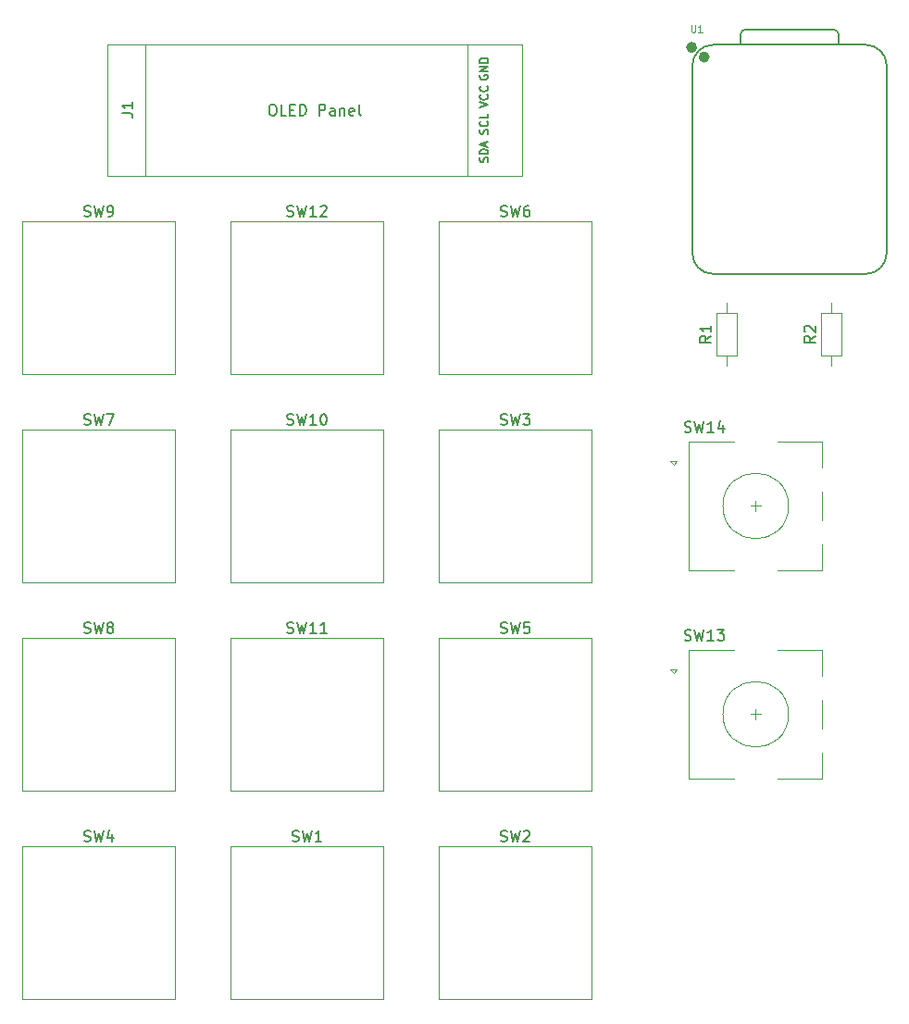
<source format=gbr>
%TF.GenerationSoftware,KiCad,Pcbnew,8.0.8*%
%TF.CreationDate,2025-02-19T23:36:16+01:00*%
%TF.ProjectId,Hackpad2.0,4861636b-7061-4643-922e-302e6b696361,rev?*%
%TF.SameCoordinates,Original*%
%TF.FileFunction,Legend,Top*%
%TF.FilePolarity,Positive*%
%FSLAX46Y46*%
G04 Gerber Fmt 4.6, Leading zero omitted, Abs format (unit mm)*
G04 Created by KiCad (PCBNEW 8.0.8) date 2025-02-19 23:36:16*
%MOMM*%
%LPD*%
G01*
G04 APERTURE LIST*
%ADD10C,0.150000*%
%ADD11C,0.101600*%
%ADD12C,0.120000*%
%ADD13C,0.040000*%
%ADD14C,0.127000*%
%ADD15C,0.100000*%
%ADD16C,0.504000*%
G04 APERTURE END LIST*
D10*
X135985476Y-52064450D02*
X136128333Y-52112069D01*
X136128333Y-52112069D02*
X136366428Y-52112069D01*
X136366428Y-52112069D02*
X136461666Y-52064450D01*
X136461666Y-52064450D02*
X136509285Y-52016830D01*
X136509285Y-52016830D02*
X136556904Y-51921592D01*
X136556904Y-51921592D02*
X136556904Y-51826354D01*
X136556904Y-51826354D02*
X136509285Y-51731116D01*
X136509285Y-51731116D02*
X136461666Y-51683497D01*
X136461666Y-51683497D02*
X136366428Y-51635878D01*
X136366428Y-51635878D02*
X136175952Y-51588259D01*
X136175952Y-51588259D02*
X136080714Y-51540640D01*
X136080714Y-51540640D02*
X136033095Y-51493021D01*
X136033095Y-51493021D02*
X135985476Y-51397783D01*
X135985476Y-51397783D02*
X135985476Y-51302545D01*
X135985476Y-51302545D02*
X136033095Y-51207307D01*
X136033095Y-51207307D02*
X136080714Y-51159688D01*
X136080714Y-51159688D02*
X136175952Y-51112069D01*
X136175952Y-51112069D02*
X136414047Y-51112069D01*
X136414047Y-51112069D02*
X136556904Y-51159688D01*
X136890238Y-51112069D02*
X137128333Y-52112069D01*
X137128333Y-52112069D02*
X137318809Y-51397783D01*
X137318809Y-51397783D02*
X137509285Y-52112069D01*
X137509285Y-52112069D02*
X137747381Y-51112069D01*
X138652142Y-52112069D02*
X138080714Y-52112069D01*
X138366428Y-52112069D02*
X138366428Y-51112069D01*
X138366428Y-51112069D02*
X138271190Y-51254926D01*
X138271190Y-51254926D02*
X138175952Y-51350164D01*
X138175952Y-51350164D02*
X138080714Y-51397783D01*
X139033095Y-51207307D02*
X139080714Y-51159688D01*
X139080714Y-51159688D02*
X139175952Y-51112069D01*
X139175952Y-51112069D02*
X139414047Y-51112069D01*
X139414047Y-51112069D02*
X139509285Y-51159688D01*
X139509285Y-51159688D02*
X139556904Y-51207307D01*
X139556904Y-51207307D02*
X139604523Y-51302545D01*
X139604523Y-51302545D02*
X139604523Y-51397783D01*
X139604523Y-51397783D02*
X139556904Y-51540640D01*
X139556904Y-51540640D02*
X138985476Y-52112069D01*
X138985476Y-52112069D02*
X139604523Y-52112069D01*
X155511667Y-71114450D02*
X155654524Y-71162069D01*
X155654524Y-71162069D02*
X155892619Y-71162069D01*
X155892619Y-71162069D02*
X155987857Y-71114450D01*
X155987857Y-71114450D02*
X156035476Y-71066830D01*
X156035476Y-71066830D02*
X156083095Y-70971592D01*
X156083095Y-70971592D02*
X156083095Y-70876354D01*
X156083095Y-70876354D02*
X156035476Y-70781116D01*
X156035476Y-70781116D02*
X155987857Y-70733497D01*
X155987857Y-70733497D02*
X155892619Y-70685878D01*
X155892619Y-70685878D02*
X155702143Y-70638259D01*
X155702143Y-70638259D02*
X155606905Y-70590640D01*
X155606905Y-70590640D02*
X155559286Y-70543021D01*
X155559286Y-70543021D02*
X155511667Y-70447783D01*
X155511667Y-70447783D02*
X155511667Y-70352545D01*
X155511667Y-70352545D02*
X155559286Y-70257307D01*
X155559286Y-70257307D02*
X155606905Y-70209688D01*
X155606905Y-70209688D02*
X155702143Y-70162069D01*
X155702143Y-70162069D02*
X155940238Y-70162069D01*
X155940238Y-70162069D02*
X156083095Y-70209688D01*
X156416429Y-70162069D02*
X156654524Y-71162069D01*
X156654524Y-71162069D02*
X156845000Y-70447783D01*
X156845000Y-70447783D02*
X157035476Y-71162069D01*
X157035476Y-71162069D02*
X157273572Y-70162069D01*
X157559286Y-70162069D02*
X158178333Y-70162069D01*
X158178333Y-70162069D02*
X157845000Y-70543021D01*
X157845000Y-70543021D02*
X157987857Y-70543021D01*
X157987857Y-70543021D02*
X158083095Y-70590640D01*
X158083095Y-70590640D02*
X158130714Y-70638259D01*
X158130714Y-70638259D02*
X158178333Y-70733497D01*
X158178333Y-70733497D02*
X158178333Y-70971592D01*
X158178333Y-70971592D02*
X158130714Y-71066830D01*
X158130714Y-71066830D02*
X158083095Y-71114450D01*
X158083095Y-71114450D02*
X157987857Y-71162069D01*
X157987857Y-71162069D02*
X157702143Y-71162069D01*
X157702143Y-71162069D02*
X157606905Y-71114450D01*
X157606905Y-71114450D02*
X157559286Y-71066830D01*
X174747319Y-63031666D02*
X174271128Y-63364999D01*
X174747319Y-63603094D02*
X173747319Y-63603094D01*
X173747319Y-63603094D02*
X173747319Y-63222142D01*
X173747319Y-63222142D02*
X173794938Y-63126904D01*
X173794938Y-63126904D02*
X173842557Y-63079285D01*
X173842557Y-63079285D02*
X173937795Y-63031666D01*
X173937795Y-63031666D02*
X174080652Y-63031666D01*
X174080652Y-63031666D02*
X174175890Y-63079285D01*
X174175890Y-63079285D02*
X174223509Y-63126904D01*
X174223509Y-63126904D02*
X174271128Y-63222142D01*
X174271128Y-63222142D02*
X174271128Y-63603094D01*
X174747319Y-62079285D02*
X174747319Y-62650713D01*
X174747319Y-62364999D02*
X173747319Y-62364999D01*
X173747319Y-62364999D02*
X173890176Y-62460237D01*
X173890176Y-62460237D02*
X173985414Y-62555475D01*
X173985414Y-62555475D02*
X174033033Y-62650713D01*
X117411667Y-71114450D02*
X117554524Y-71162069D01*
X117554524Y-71162069D02*
X117792619Y-71162069D01*
X117792619Y-71162069D02*
X117887857Y-71114450D01*
X117887857Y-71114450D02*
X117935476Y-71066830D01*
X117935476Y-71066830D02*
X117983095Y-70971592D01*
X117983095Y-70971592D02*
X117983095Y-70876354D01*
X117983095Y-70876354D02*
X117935476Y-70781116D01*
X117935476Y-70781116D02*
X117887857Y-70733497D01*
X117887857Y-70733497D02*
X117792619Y-70685878D01*
X117792619Y-70685878D02*
X117602143Y-70638259D01*
X117602143Y-70638259D02*
X117506905Y-70590640D01*
X117506905Y-70590640D02*
X117459286Y-70543021D01*
X117459286Y-70543021D02*
X117411667Y-70447783D01*
X117411667Y-70447783D02*
X117411667Y-70352545D01*
X117411667Y-70352545D02*
X117459286Y-70257307D01*
X117459286Y-70257307D02*
X117506905Y-70209688D01*
X117506905Y-70209688D02*
X117602143Y-70162069D01*
X117602143Y-70162069D02*
X117840238Y-70162069D01*
X117840238Y-70162069D02*
X117983095Y-70209688D01*
X118316429Y-70162069D02*
X118554524Y-71162069D01*
X118554524Y-71162069D02*
X118745000Y-70447783D01*
X118745000Y-70447783D02*
X118935476Y-71162069D01*
X118935476Y-71162069D02*
X119173572Y-70162069D01*
X119459286Y-70162069D02*
X120125952Y-70162069D01*
X120125952Y-70162069D02*
X119697381Y-71162069D01*
X155511667Y-52064450D02*
X155654524Y-52112069D01*
X155654524Y-52112069D02*
X155892619Y-52112069D01*
X155892619Y-52112069D02*
X155987857Y-52064450D01*
X155987857Y-52064450D02*
X156035476Y-52016830D01*
X156035476Y-52016830D02*
X156083095Y-51921592D01*
X156083095Y-51921592D02*
X156083095Y-51826354D01*
X156083095Y-51826354D02*
X156035476Y-51731116D01*
X156035476Y-51731116D02*
X155987857Y-51683497D01*
X155987857Y-51683497D02*
X155892619Y-51635878D01*
X155892619Y-51635878D02*
X155702143Y-51588259D01*
X155702143Y-51588259D02*
X155606905Y-51540640D01*
X155606905Y-51540640D02*
X155559286Y-51493021D01*
X155559286Y-51493021D02*
X155511667Y-51397783D01*
X155511667Y-51397783D02*
X155511667Y-51302545D01*
X155511667Y-51302545D02*
X155559286Y-51207307D01*
X155559286Y-51207307D02*
X155606905Y-51159688D01*
X155606905Y-51159688D02*
X155702143Y-51112069D01*
X155702143Y-51112069D02*
X155940238Y-51112069D01*
X155940238Y-51112069D02*
X156083095Y-51159688D01*
X156416429Y-51112069D02*
X156654524Y-52112069D01*
X156654524Y-52112069D02*
X156845000Y-51397783D01*
X156845000Y-51397783D02*
X157035476Y-52112069D01*
X157035476Y-52112069D02*
X157273572Y-51112069D01*
X158083095Y-51112069D02*
X157892619Y-51112069D01*
X157892619Y-51112069D02*
X157797381Y-51159688D01*
X157797381Y-51159688D02*
X157749762Y-51207307D01*
X157749762Y-51207307D02*
X157654524Y-51350164D01*
X157654524Y-51350164D02*
X157606905Y-51540640D01*
X157606905Y-51540640D02*
X157606905Y-51921592D01*
X157606905Y-51921592D02*
X157654524Y-52016830D01*
X157654524Y-52016830D02*
X157702143Y-52064450D01*
X157702143Y-52064450D02*
X157797381Y-52112069D01*
X157797381Y-52112069D02*
X157987857Y-52112069D01*
X157987857Y-52112069D02*
X158083095Y-52064450D01*
X158083095Y-52064450D02*
X158130714Y-52016830D01*
X158130714Y-52016830D02*
X158178333Y-51921592D01*
X158178333Y-51921592D02*
X158178333Y-51683497D01*
X158178333Y-51683497D02*
X158130714Y-51588259D01*
X158130714Y-51588259D02*
X158083095Y-51540640D01*
X158083095Y-51540640D02*
X157987857Y-51493021D01*
X157987857Y-51493021D02*
X157797381Y-51493021D01*
X157797381Y-51493021D02*
X157702143Y-51540640D01*
X157702143Y-51540640D02*
X157654524Y-51588259D01*
X157654524Y-51588259D02*
X157606905Y-51683497D01*
X136461667Y-109214450D02*
X136604524Y-109262069D01*
X136604524Y-109262069D02*
X136842619Y-109262069D01*
X136842619Y-109262069D02*
X136937857Y-109214450D01*
X136937857Y-109214450D02*
X136985476Y-109166830D01*
X136985476Y-109166830D02*
X137033095Y-109071592D01*
X137033095Y-109071592D02*
X137033095Y-108976354D01*
X137033095Y-108976354D02*
X136985476Y-108881116D01*
X136985476Y-108881116D02*
X136937857Y-108833497D01*
X136937857Y-108833497D02*
X136842619Y-108785878D01*
X136842619Y-108785878D02*
X136652143Y-108738259D01*
X136652143Y-108738259D02*
X136556905Y-108690640D01*
X136556905Y-108690640D02*
X136509286Y-108643021D01*
X136509286Y-108643021D02*
X136461667Y-108547783D01*
X136461667Y-108547783D02*
X136461667Y-108452545D01*
X136461667Y-108452545D02*
X136509286Y-108357307D01*
X136509286Y-108357307D02*
X136556905Y-108309688D01*
X136556905Y-108309688D02*
X136652143Y-108262069D01*
X136652143Y-108262069D02*
X136890238Y-108262069D01*
X136890238Y-108262069D02*
X137033095Y-108309688D01*
X137366429Y-108262069D02*
X137604524Y-109262069D01*
X137604524Y-109262069D02*
X137795000Y-108547783D01*
X137795000Y-108547783D02*
X137985476Y-109262069D01*
X137985476Y-109262069D02*
X138223572Y-108262069D01*
X139128333Y-109262069D02*
X138556905Y-109262069D01*
X138842619Y-109262069D02*
X138842619Y-108262069D01*
X138842619Y-108262069D02*
X138747381Y-108404926D01*
X138747381Y-108404926D02*
X138652143Y-108500164D01*
X138652143Y-108500164D02*
X138556905Y-108547783D01*
X117411667Y-52064450D02*
X117554524Y-52112069D01*
X117554524Y-52112069D02*
X117792619Y-52112069D01*
X117792619Y-52112069D02*
X117887857Y-52064450D01*
X117887857Y-52064450D02*
X117935476Y-52016830D01*
X117935476Y-52016830D02*
X117983095Y-51921592D01*
X117983095Y-51921592D02*
X117983095Y-51826354D01*
X117983095Y-51826354D02*
X117935476Y-51731116D01*
X117935476Y-51731116D02*
X117887857Y-51683497D01*
X117887857Y-51683497D02*
X117792619Y-51635878D01*
X117792619Y-51635878D02*
X117602143Y-51588259D01*
X117602143Y-51588259D02*
X117506905Y-51540640D01*
X117506905Y-51540640D02*
X117459286Y-51493021D01*
X117459286Y-51493021D02*
X117411667Y-51397783D01*
X117411667Y-51397783D02*
X117411667Y-51302545D01*
X117411667Y-51302545D02*
X117459286Y-51207307D01*
X117459286Y-51207307D02*
X117506905Y-51159688D01*
X117506905Y-51159688D02*
X117602143Y-51112069D01*
X117602143Y-51112069D02*
X117840238Y-51112069D01*
X117840238Y-51112069D02*
X117983095Y-51159688D01*
X118316429Y-51112069D02*
X118554524Y-52112069D01*
X118554524Y-52112069D02*
X118745000Y-51397783D01*
X118745000Y-51397783D02*
X118935476Y-52112069D01*
X118935476Y-52112069D02*
X119173572Y-51112069D01*
X119602143Y-52112069D02*
X119792619Y-52112069D01*
X119792619Y-52112069D02*
X119887857Y-52064450D01*
X119887857Y-52064450D02*
X119935476Y-52016830D01*
X119935476Y-52016830D02*
X120030714Y-51873973D01*
X120030714Y-51873973D02*
X120078333Y-51683497D01*
X120078333Y-51683497D02*
X120078333Y-51302545D01*
X120078333Y-51302545D02*
X120030714Y-51207307D01*
X120030714Y-51207307D02*
X119983095Y-51159688D01*
X119983095Y-51159688D02*
X119887857Y-51112069D01*
X119887857Y-51112069D02*
X119697381Y-51112069D01*
X119697381Y-51112069D02*
X119602143Y-51159688D01*
X119602143Y-51159688D02*
X119554524Y-51207307D01*
X119554524Y-51207307D02*
X119506905Y-51302545D01*
X119506905Y-51302545D02*
X119506905Y-51540640D01*
X119506905Y-51540640D02*
X119554524Y-51635878D01*
X119554524Y-51635878D02*
X119602143Y-51683497D01*
X119602143Y-51683497D02*
X119697381Y-51731116D01*
X119697381Y-51731116D02*
X119887857Y-51731116D01*
X119887857Y-51731116D02*
X119983095Y-51683497D01*
X119983095Y-51683497D02*
X120030714Y-51635878D01*
X120030714Y-51635878D02*
X120078333Y-51540640D01*
X155511667Y-90164450D02*
X155654524Y-90212069D01*
X155654524Y-90212069D02*
X155892619Y-90212069D01*
X155892619Y-90212069D02*
X155987857Y-90164450D01*
X155987857Y-90164450D02*
X156035476Y-90116830D01*
X156035476Y-90116830D02*
X156083095Y-90021592D01*
X156083095Y-90021592D02*
X156083095Y-89926354D01*
X156083095Y-89926354D02*
X156035476Y-89831116D01*
X156035476Y-89831116D02*
X155987857Y-89783497D01*
X155987857Y-89783497D02*
X155892619Y-89735878D01*
X155892619Y-89735878D02*
X155702143Y-89688259D01*
X155702143Y-89688259D02*
X155606905Y-89640640D01*
X155606905Y-89640640D02*
X155559286Y-89593021D01*
X155559286Y-89593021D02*
X155511667Y-89497783D01*
X155511667Y-89497783D02*
X155511667Y-89402545D01*
X155511667Y-89402545D02*
X155559286Y-89307307D01*
X155559286Y-89307307D02*
X155606905Y-89259688D01*
X155606905Y-89259688D02*
X155702143Y-89212069D01*
X155702143Y-89212069D02*
X155940238Y-89212069D01*
X155940238Y-89212069D02*
X156083095Y-89259688D01*
X156416429Y-89212069D02*
X156654524Y-90212069D01*
X156654524Y-90212069D02*
X156845000Y-89497783D01*
X156845000Y-89497783D02*
X157035476Y-90212069D01*
X157035476Y-90212069D02*
X157273572Y-89212069D01*
X158130714Y-89212069D02*
X157654524Y-89212069D01*
X157654524Y-89212069D02*
X157606905Y-89688259D01*
X157606905Y-89688259D02*
X157654524Y-89640640D01*
X157654524Y-89640640D02*
X157749762Y-89593021D01*
X157749762Y-89593021D02*
X157987857Y-89593021D01*
X157987857Y-89593021D02*
X158083095Y-89640640D01*
X158083095Y-89640640D02*
X158130714Y-89688259D01*
X158130714Y-89688259D02*
X158178333Y-89783497D01*
X158178333Y-89783497D02*
X158178333Y-90021592D01*
X158178333Y-90021592D02*
X158130714Y-90116830D01*
X158130714Y-90116830D02*
X158083095Y-90164450D01*
X158083095Y-90164450D02*
X157987857Y-90212069D01*
X157987857Y-90212069D02*
X157749762Y-90212069D01*
X157749762Y-90212069D02*
X157654524Y-90164450D01*
X157654524Y-90164450D02*
X157606905Y-90116830D01*
X184272319Y-63031666D02*
X183796128Y-63364999D01*
X184272319Y-63603094D02*
X183272319Y-63603094D01*
X183272319Y-63603094D02*
X183272319Y-63222142D01*
X183272319Y-63222142D02*
X183319938Y-63126904D01*
X183319938Y-63126904D02*
X183367557Y-63079285D01*
X183367557Y-63079285D02*
X183462795Y-63031666D01*
X183462795Y-63031666D02*
X183605652Y-63031666D01*
X183605652Y-63031666D02*
X183700890Y-63079285D01*
X183700890Y-63079285D02*
X183748509Y-63126904D01*
X183748509Y-63126904D02*
X183796128Y-63222142D01*
X183796128Y-63222142D02*
X183796128Y-63603094D01*
X183367557Y-62650713D02*
X183319938Y-62603094D01*
X183319938Y-62603094D02*
X183272319Y-62507856D01*
X183272319Y-62507856D02*
X183272319Y-62269761D01*
X183272319Y-62269761D02*
X183319938Y-62174523D01*
X183319938Y-62174523D02*
X183367557Y-62126904D01*
X183367557Y-62126904D02*
X183462795Y-62079285D01*
X183462795Y-62079285D02*
X183558033Y-62079285D01*
X183558033Y-62079285D02*
X183700890Y-62126904D01*
X183700890Y-62126904D02*
X184272319Y-62698332D01*
X184272319Y-62698332D02*
X184272319Y-62079285D01*
X135985476Y-71114450D02*
X136128333Y-71162069D01*
X136128333Y-71162069D02*
X136366428Y-71162069D01*
X136366428Y-71162069D02*
X136461666Y-71114450D01*
X136461666Y-71114450D02*
X136509285Y-71066830D01*
X136509285Y-71066830D02*
X136556904Y-70971592D01*
X136556904Y-70971592D02*
X136556904Y-70876354D01*
X136556904Y-70876354D02*
X136509285Y-70781116D01*
X136509285Y-70781116D02*
X136461666Y-70733497D01*
X136461666Y-70733497D02*
X136366428Y-70685878D01*
X136366428Y-70685878D02*
X136175952Y-70638259D01*
X136175952Y-70638259D02*
X136080714Y-70590640D01*
X136080714Y-70590640D02*
X136033095Y-70543021D01*
X136033095Y-70543021D02*
X135985476Y-70447783D01*
X135985476Y-70447783D02*
X135985476Y-70352545D01*
X135985476Y-70352545D02*
X136033095Y-70257307D01*
X136033095Y-70257307D02*
X136080714Y-70209688D01*
X136080714Y-70209688D02*
X136175952Y-70162069D01*
X136175952Y-70162069D02*
X136414047Y-70162069D01*
X136414047Y-70162069D02*
X136556904Y-70209688D01*
X136890238Y-70162069D02*
X137128333Y-71162069D01*
X137128333Y-71162069D02*
X137318809Y-70447783D01*
X137318809Y-70447783D02*
X137509285Y-71162069D01*
X137509285Y-71162069D02*
X137747381Y-70162069D01*
X138652142Y-71162069D02*
X138080714Y-71162069D01*
X138366428Y-71162069D02*
X138366428Y-70162069D01*
X138366428Y-70162069D02*
X138271190Y-70304926D01*
X138271190Y-70304926D02*
X138175952Y-70400164D01*
X138175952Y-70400164D02*
X138080714Y-70447783D01*
X139271190Y-70162069D02*
X139366428Y-70162069D01*
X139366428Y-70162069D02*
X139461666Y-70209688D01*
X139461666Y-70209688D02*
X139509285Y-70257307D01*
X139509285Y-70257307D02*
X139556904Y-70352545D01*
X139556904Y-70352545D02*
X139604523Y-70543021D01*
X139604523Y-70543021D02*
X139604523Y-70781116D01*
X139604523Y-70781116D02*
X139556904Y-70971592D01*
X139556904Y-70971592D02*
X139509285Y-71066830D01*
X139509285Y-71066830D02*
X139461666Y-71114450D01*
X139461666Y-71114450D02*
X139366428Y-71162069D01*
X139366428Y-71162069D02*
X139271190Y-71162069D01*
X139271190Y-71162069D02*
X139175952Y-71114450D01*
X139175952Y-71114450D02*
X139128333Y-71066830D01*
X139128333Y-71066830D02*
X139080714Y-70971592D01*
X139080714Y-70971592D02*
X139033095Y-70781116D01*
X139033095Y-70781116D02*
X139033095Y-70543021D01*
X139033095Y-70543021D02*
X139080714Y-70352545D01*
X139080714Y-70352545D02*
X139128333Y-70257307D01*
X139128333Y-70257307D02*
X139175952Y-70209688D01*
X139175952Y-70209688D02*
X139271190Y-70162069D01*
X135985476Y-90164450D02*
X136128333Y-90212069D01*
X136128333Y-90212069D02*
X136366428Y-90212069D01*
X136366428Y-90212069D02*
X136461666Y-90164450D01*
X136461666Y-90164450D02*
X136509285Y-90116830D01*
X136509285Y-90116830D02*
X136556904Y-90021592D01*
X136556904Y-90021592D02*
X136556904Y-89926354D01*
X136556904Y-89926354D02*
X136509285Y-89831116D01*
X136509285Y-89831116D02*
X136461666Y-89783497D01*
X136461666Y-89783497D02*
X136366428Y-89735878D01*
X136366428Y-89735878D02*
X136175952Y-89688259D01*
X136175952Y-89688259D02*
X136080714Y-89640640D01*
X136080714Y-89640640D02*
X136033095Y-89593021D01*
X136033095Y-89593021D02*
X135985476Y-89497783D01*
X135985476Y-89497783D02*
X135985476Y-89402545D01*
X135985476Y-89402545D02*
X136033095Y-89307307D01*
X136033095Y-89307307D02*
X136080714Y-89259688D01*
X136080714Y-89259688D02*
X136175952Y-89212069D01*
X136175952Y-89212069D02*
X136414047Y-89212069D01*
X136414047Y-89212069D02*
X136556904Y-89259688D01*
X136890238Y-89212069D02*
X137128333Y-90212069D01*
X137128333Y-90212069D02*
X137318809Y-89497783D01*
X137318809Y-89497783D02*
X137509285Y-90212069D01*
X137509285Y-90212069D02*
X137747381Y-89212069D01*
X138652142Y-90212069D02*
X138080714Y-90212069D01*
X138366428Y-90212069D02*
X138366428Y-89212069D01*
X138366428Y-89212069D02*
X138271190Y-89354926D01*
X138271190Y-89354926D02*
X138175952Y-89450164D01*
X138175952Y-89450164D02*
X138080714Y-89497783D01*
X139604523Y-90212069D02*
X139033095Y-90212069D01*
X139318809Y-90212069D02*
X139318809Y-89212069D01*
X139318809Y-89212069D02*
X139223571Y-89354926D01*
X139223571Y-89354926D02*
X139128333Y-89450164D01*
X139128333Y-89450164D02*
X139033095Y-89497783D01*
X155511667Y-109214450D02*
X155654524Y-109262069D01*
X155654524Y-109262069D02*
X155892619Y-109262069D01*
X155892619Y-109262069D02*
X155987857Y-109214450D01*
X155987857Y-109214450D02*
X156035476Y-109166830D01*
X156035476Y-109166830D02*
X156083095Y-109071592D01*
X156083095Y-109071592D02*
X156083095Y-108976354D01*
X156083095Y-108976354D02*
X156035476Y-108881116D01*
X156035476Y-108881116D02*
X155987857Y-108833497D01*
X155987857Y-108833497D02*
X155892619Y-108785878D01*
X155892619Y-108785878D02*
X155702143Y-108738259D01*
X155702143Y-108738259D02*
X155606905Y-108690640D01*
X155606905Y-108690640D02*
X155559286Y-108643021D01*
X155559286Y-108643021D02*
X155511667Y-108547783D01*
X155511667Y-108547783D02*
X155511667Y-108452545D01*
X155511667Y-108452545D02*
X155559286Y-108357307D01*
X155559286Y-108357307D02*
X155606905Y-108309688D01*
X155606905Y-108309688D02*
X155702143Y-108262069D01*
X155702143Y-108262069D02*
X155940238Y-108262069D01*
X155940238Y-108262069D02*
X156083095Y-108309688D01*
X156416429Y-108262069D02*
X156654524Y-109262069D01*
X156654524Y-109262069D02*
X156845000Y-108547783D01*
X156845000Y-108547783D02*
X157035476Y-109262069D01*
X157035476Y-109262069D02*
X157273572Y-108262069D01*
X157606905Y-108357307D02*
X157654524Y-108309688D01*
X157654524Y-108309688D02*
X157749762Y-108262069D01*
X157749762Y-108262069D02*
X157987857Y-108262069D01*
X157987857Y-108262069D02*
X158083095Y-108309688D01*
X158083095Y-108309688D02*
X158130714Y-108357307D01*
X158130714Y-108357307D02*
X158178333Y-108452545D01*
X158178333Y-108452545D02*
X158178333Y-108547783D01*
X158178333Y-108547783D02*
X158130714Y-108690640D01*
X158130714Y-108690640D02*
X157559286Y-109262069D01*
X157559286Y-109262069D02*
X158178333Y-109262069D01*
X120854819Y-42663333D02*
X121569104Y-42663333D01*
X121569104Y-42663333D02*
X121711961Y-42710952D01*
X121711961Y-42710952D02*
X121807200Y-42806190D01*
X121807200Y-42806190D02*
X121854819Y-42949047D01*
X121854819Y-42949047D02*
X121854819Y-43044285D01*
X121854819Y-41663333D02*
X121854819Y-42234761D01*
X121854819Y-41949047D02*
X120854819Y-41949047D01*
X120854819Y-41949047D02*
X120997676Y-42044285D01*
X120997676Y-42044285D02*
X121092914Y-42139523D01*
X121092914Y-42139523D02*
X121140533Y-42234761D01*
X154303450Y-47140713D02*
X154339164Y-47033571D01*
X154339164Y-47033571D02*
X154339164Y-46854999D01*
X154339164Y-46854999D02*
X154303450Y-46783571D01*
X154303450Y-46783571D02*
X154267735Y-46747856D01*
X154267735Y-46747856D02*
X154196307Y-46712142D01*
X154196307Y-46712142D02*
X154124878Y-46712142D01*
X154124878Y-46712142D02*
X154053450Y-46747856D01*
X154053450Y-46747856D02*
X154017735Y-46783571D01*
X154017735Y-46783571D02*
X153982021Y-46854999D01*
X153982021Y-46854999D02*
X153946307Y-46997856D01*
X153946307Y-46997856D02*
X153910592Y-47069285D01*
X153910592Y-47069285D02*
X153874878Y-47104999D01*
X153874878Y-47104999D02*
X153803450Y-47140713D01*
X153803450Y-47140713D02*
X153732021Y-47140713D01*
X153732021Y-47140713D02*
X153660592Y-47104999D01*
X153660592Y-47104999D02*
X153624878Y-47069285D01*
X153624878Y-47069285D02*
X153589164Y-46997856D01*
X153589164Y-46997856D02*
X153589164Y-46819285D01*
X153589164Y-46819285D02*
X153624878Y-46712142D01*
X154339164Y-46390713D02*
X153589164Y-46390713D01*
X153589164Y-46390713D02*
X153589164Y-46212142D01*
X153589164Y-46212142D02*
X153624878Y-46104999D01*
X153624878Y-46104999D02*
X153696307Y-46033570D01*
X153696307Y-46033570D02*
X153767735Y-45997856D01*
X153767735Y-45997856D02*
X153910592Y-45962142D01*
X153910592Y-45962142D02*
X154017735Y-45962142D01*
X154017735Y-45962142D02*
X154160592Y-45997856D01*
X154160592Y-45997856D02*
X154232021Y-46033570D01*
X154232021Y-46033570D02*
X154303450Y-46104999D01*
X154303450Y-46104999D02*
X154339164Y-46212142D01*
X154339164Y-46212142D02*
X154339164Y-46390713D01*
X154124878Y-45676427D02*
X154124878Y-45319285D01*
X154339164Y-45747856D02*
X153589164Y-45497856D01*
X153589164Y-45497856D02*
X154339164Y-45247856D01*
X154303450Y-44582856D02*
X154339164Y-44475714D01*
X154339164Y-44475714D02*
X154339164Y-44297142D01*
X154339164Y-44297142D02*
X154303450Y-44225714D01*
X154303450Y-44225714D02*
X154267735Y-44189999D01*
X154267735Y-44189999D02*
X154196307Y-44154285D01*
X154196307Y-44154285D02*
X154124878Y-44154285D01*
X154124878Y-44154285D02*
X154053450Y-44189999D01*
X154053450Y-44189999D02*
X154017735Y-44225714D01*
X154017735Y-44225714D02*
X153982021Y-44297142D01*
X153982021Y-44297142D02*
X153946307Y-44439999D01*
X153946307Y-44439999D02*
X153910592Y-44511428D01*
X153910592Y-44511428D02*
X153874878Y-44547142D01*
X153874878Y-44547142D02*
X153803450Y-44582856D01*
X153803450Y-44582856D02*
X153732021Y-44582856D01*
X153732021Y-44582856D02*
X153660592Y-44547142D01*
X153660592Y-44547142D02*
X153624878Y-44511428D01*
X153624878Y-44511428D02*
X153589164Y-44439999D01*
X153589164Y-44439999D02*
X153589164Y-44261428D01*
X153589164Y-44261428D02*
X153624878Y-44154285D01*
X154267735Y-43404285D02*
X154303450Y-43439999D01*
X154303450Y-43439999D02*
X154339164Y-43547142D01*
X154339164Y-43547142D02*
X154339164Y-43618570D01*
X154339164Y-43618570D02*
X154303450Y-43725713D01*
X154303450Y-43725713D02*
X154232021Y-43797142D01*
X154232021Y-43797142D02*
X154160592Y-43832856D01*
X154160592Y-43832856D02*
X154017735Y-43868570D01*
X154017735Y-43868570D02*
X153910592Y-43868570D01*
X153910592Y-43868570D02*
X153767735Y-43832856D01*
X153767735Y-43832856D02*
X153696307Y-43797142D01*
X153696307Y-43797142D02*
X153624878Y-43725713D01*
X153624878Y-43725713D02*
X153589164Y-43618570D01*
X153589164Y-43618570D02*
X153589164Y-43547142D01*
X153589164Y-43547142D02*
X153624878Y-43439999D01*
X153624878Y-43439999D02*
X153660592Y-43404285D01*
X154339164Y-42725713D02*
X154339164Y-43082856D01*
X154339164Y-43082856D02*
X153589164Y-43082856D01*
X153589164Y-42149999D02*
X154339164Y-41899999D01*
X154339164Y-41899999D02*
X153589164Y-41649999D01*
X154267735Y-40971428D02*
X154303450Y-41007142D01*
X154303450Y-41007142D02*
X154339164Y-41114285D01*
X154339164Y-41114285D02*
X154339164Y-41185713D01*
X154339164Y-41185713D02*
X154303450Y-41292856D01*
X154303450Y-41292856D02*
X154232021Y-41364285D01*
X154232021Y-41364285D02*
X154160592Y-41399999D01*
X154160592Y-41399999D02*
X154017735Y-41435713D01*
X154017735Y-41435713D02*
X153910592Y-41435713D01*
X153910592Y-41435713D02*
X153767735Y-41399999D01*
X153767735Y-41399999D02*
X153696307Y-41364285D01*
X153696307Y-41364285D02*
X153624878Y-41292856D01*
X153624878Y-41292856D02*
X153589164Y-41185713D01*
X153589164Y-41185713D02*
X153589164Y-41114285D01*
X153589164Y-41114285D02*
X153624878Y-41007142D01*
X153624878Y-41007142D02*
X153660592Y-40971428D01*
X154267735Y-40221428D02*
X154303450Y-40257142D01*
X154303450Y-40257142D02*
X154339164Y-40364285D01*
X154339164Y-40364285D02*
X154339164Y-40435713D01*
X154339164Y-40435713D02*
X154303450Y-40542856D01*
X154303450Y-40542856D02*
X154232021Y-40614285D01*
X154232021Y-40614285D02*
X154160592Y-40649999D01*
X154160592Y-40649999D02*
X154017735Y-40685713D01*
X154017735Y-40685713D02*
X153910592Y-40685713D01*
X153910592Y-40685713D02*
X153767735Y-40649999D01*
X153767735Y-40649999D02*
X153696307Y-40614285D01*
X153696307Y-40614285D02*
X153624878Y-40542856D01*
X153624878Y-40542856D02*
X153589164Y-40435713D01*
X153589164Y-40435713D02*
X153589164Y-40364285D01*
X153589164Y-40364285D02*
X153624878Y-40257142D01*
X153624878Y-40257142D02*
X153660592Y-40221428D01*
X153624878Y-39181428D02*
X153589164Y-39252857D01*
X153589164Y-39252857D02*
X153589164Y-39359999D01*
X153589164Y-39359999D02*
X153624878Y-39467142D01*
X153624878Y-39467142D02*
X153696307Y-39538571D01*
X153696307Y-39538571D02*
X153767735Y-39574285D01*
X153767735Y-39574285D02*
X153910592Y-39609999D01*
X153910592Y-39609999D02*
X154017735Y-39609999D01*
X154017735Y-39609999D02*
X154160592Y-39574285D01*
X154160592Y-39574285D02*
X154232021Y-39538571D01*
X154232021Y-39538571D02*
X154303450Y-39467142D01*
X154303450Y-39467142D02*
X154339164Y-39359999D01*
X154339164Y-39359999D02*
X154339164Y-39288571D01*
X154339164Y-39288571D02*
X154303450Y-39181428D01*
X154303450Y-39181428D02*
X154267735Y-39145714D01*
X154267735Y-39145714D02*
X154017735Y-39145714D01*
X154017735Y-39145714D02*
X154017735Y-39288571D01*
X154339164Y-38824285D02*
X153589164Y-38824285D01*
X153589164Y-38824285D02*
X154339164Y-38395714D01*
X154339164Y-38395714D02*
X153589164Y-38395714D01*
X154339164Y-38038571D02*
X153589164Y-38038571D01*
X153589164Y-38038571D02*
X153589164Y-37860000D01*
X153589164Y-37860000D02*
X153624878Y-37752857D01*
X153624878Y-37752857D02*
X153696307Y-37681428D01*
X153696307Y-37681428D02*
X153767735Y-37645714D01*
X153767735Y-37645714D02*
X153910592Y-37610000D01*
X153910592Y-37610000D02*
X154017735Y-37610000D01*
X154017735Y-37610000D02*
X154160592Y-37645714D01*
X154160592Y-37645714D02*
X154232021Y-37681428D01*
X154232021Y-37681428D02*
X154303450Y-37752857D01*
X154303450Y-37752857D02*
X154339164Y-37860000D01*
X154339164Y-37860000D02*
X154339164Y-38038571D01*
X134571428Y-41874819D02*
X134761904Y-41874819D01*
X134761904Y-41874819D02*
X134857142Y-41922438D01*
X134857142Y-41922438D02*
X134952380Y-42017676D01*
X134952380Y-42017676D02*
X134999999Y-42208152D01*
X134999999Y-42208152D02*
X134999999Y-42541485D01*
X134999999Y-42541485D02*
X134952380Y-42731961D01*
X134952380Y-42731961D02*
X134857142Y-42827200D01*
X134857142Y-42827200D02*
X134761904Y-42874819D01*
X134761904Y-42874819D02*
X134571428Y-42874819D01*
X134571428Y-42874819D02*
X134476190Y-42827200D01*
X134476190Y-42827200D02*
X134380952Y-42731961D01*
X134380952Y-42731961D02*
X134333333Y-42541485D01*
X134333333Y-42541485D02*
X134333333Y-42208152D01*
X134333333Y-42208152D02*
X134380952Y-42017676D01*
X134380952Y-42017676D02*
X134476190Y-41922438D01*
X134476190Y-41922438D02*
X134571428Y-41874819D01*
X135904761Y-42874819D02*
X135428571Y-42874819D01*
X135428571Y-42874819D02*
X135428571Y-41874819D01*
X136238095Y-42351009D02*
X136571428Y-42351009D01*
X136714285Y-42874819D02*
X136238095Y-42874819D01*
X136238095Y-42874819D02*
X136238095Y-41874819D01*
X136238095Y-41874819D02*
X136714285Y-41874819D01*
X137142857Y-42874819D02*
X137142857Y-41874819D01*
X137142857Y-41874819D02*
X137380952Y-41874819D01*
X137380952Y-41874819D02*
X137523809Y-41922438D01*
X137523809Y-41922438D02*
X137619047Y-42017676D01*
X137619047Y-42017676D02*
X137666666Y-42112914D01*
X137666666Y-42112914D02*
X137714285Y-42303390D01*
X137714285Y-42303390D02*
X137714285Y-42446247D01*
X137714285Y-42446247D02*
X137666666Y-42636723D01*
X137666666Y-42636723D02*
X137619047Y-42731961D01*
X137619047Y-42731961D02*
X137523809Y-42827200D01*
X137523809Y-42827200D02*
X137380952Y-42874819D01*
X137380952Y-42874819D02*
X137142857Y-42874819D01*
X138904762Y-42874819D02*
X138904762Y-41874819D01*
X138904762Y-41874819D02*
X139285714Y-41874819D01*
X139285714Y-41874819D02*
X139380952Y-41922438D01*
X139380952Y-41922438D02*
X139428571Y-41970057D01*
X139428571Y-41970057D02*
X139476190Y-42065295D01*
X139476190Y-42065295D02*
X139476190Y-42208152D01*
X139476190Y-42208152D02*
X139428571Y-42303390D01*
X139428571Y-42303390D02*
X139380952Y-42351009D01*
X139380952Y-42351009D02*
X139285714Y-42398628D01*
X139285714Y-42398628D02*
X138904762Y-42398628D01*
X140333333Y-42874819D02*
X140333333Y-42351009D01*
X140333333Y-42351009D02*
X140285714Y-42255771D01*
X140285714Y-42255771D02*
X140190476Y-42208152D01*
X140190476Y-42208152D02*
X140000000Y-42208152D01*
X140000000Y-42208152D02*
X139904762Y-42255771D01*
X140333333Y-42827200D02*
X140238095Y-42874819D01*
X140238095Y-42874819D02*
X140000000Y-42874819D01*
X140000000Y-42874819D02*
X139904762Y-42827200D01*
X139904762Y-42827200D02*
X139857143Y-42731961D01*
X139857143Y-42731961D02*
X139857143Y-42636723D01*
X139857143Y-42636723D02*
X139904762Y-42541485D01*
X139904762Y-42541485D02*
X140000000Y-42493866D01*
X140000000Y-42493866D02*
X140238095Y-42493866D01*
X140238095Y-42493866D02*
X140333333Y-42446247D01*
X140809524Y-42208152D02*
X140809524Y-42874819D01*
X140809524Y-42303390D02*
X140857143Y-42255771D01*
X140857143Y-42255771D02*
X140952381Y-42208152D01*
X140952381Y-42208152D02*
X141095238Y-42208152D01*
X141095238Y-42208152D02*
X141190476Y-42255771D01*
X141190476Y-42255771D02*
X141238095Y-42351009D01*
X141238095Y-42351009D02*
X141238095Y-42874819D01*
X142095238Y-42827200D02*
X142000000Y-42874819D01*
X142000000Y-42874819D02*
X141809524Y-42874819D01*
X141809524Y-42874819D02*
X141714286Y-42827200D01*
X141714286Y-42827200D02*
X141666667Y-42731961D01*
X141666667Y-42731961D02*
X141666667Y-42351009D01*
X141666667Y-42351009D02*
X141714286Y-42255771D01*
X141714286Y-42255771D02*
X141809524Y-42208152D01*
X141809524Y-42208152D02*
X142000000Y-42208152D01*
X142000000Y-42208152D02*
X142095238Y-42255771D01*
X142095238Y-42255771D02*
X142142857Y-42351009D01*
X142142857Y-42351009D02*
X142142857Y-42446247D01*
X142142857Y-42446247D02*
X141666667Y-42541485D01*
X142714286Y-42874819D02*
X142619048Y-42827200D01*
X142619048Y-42827200D02*
X142571429Y-42731961D01*
X142571429Y-42731961D02*
X142571429Y-41874819D01*
X117411667Y-109214450D02*
X117554524Y-109262069D01*
X117554524Y-109262069D02*
X117792619Y-109262069D01*
X117792619Y-109262069D02*
X117887857Y-109214450D01*
X117887857Y-109214450D02*
X117935476Y-109166830D01*
X117935476Y-109166830D02*
X117983095Y-109071592D01*
X117983095Y-109071592D02*
X117983095Y-108976354D01*
X117983095Y-108976354D02*
X117935476Y-108881116D01*
X117935476Y-108881116D02*
X117887857Y-108833497D01*
X117887857Y-108833497D02*
X117792619Y-108785878D01*
X117792619Y-108785878D02*
X117602143Y-108738259D01*
X117602143Y-108738259D02*
X117506905Y-108690640D01*
X117506905Y-108690640D02*
X117459286Y-108643021D01*
X117459286Y-108643021D02*
X117411667Y-108547783D01*
X117411667Y-108547783D02*
X117411667Y-108452545D01*
X117411667Y-108452545D02*
X117459286Y-108357307D01*
X117459286Y-108357307D02*
X117506905Y-108309688D01*
X117506905Y-108309688D02*
X117602143Y-108262069D01*
X117602143Y-108262069D02*
X117840238Y-108262069D01*
X117840238Y-108262069D02*
X117983095Y-108309688D01*
X118316429Y-108262069D02*
X118554524Y-109262069D01*
X118554524Y-109262069D02*
X118745000Y-108547783D01*
X118745000Y-108547783D02*
X118935476Y-109262069D01*
X118935476Y-109262069D02*
X119173572Y-108262069D01*
X119983095Y-108595402D02*
X119983095Y-109262069D01*
X119745000Y-108214450D02*
X119506905Y-108928735D01*
X119506905Y-108928735D02*
X120125952Y-108928735D01*
X172334226Y-71788450D02*
X172477083Y-71836069D01*
X172477083Y-71836069D02*
X172715178Y-71836069D01*
X172715178Y-71836069D02*
X172810416Y-71788450D01*
X172810416Y-71788450D02*
X172858035Y-71740830D01*
X172858035Y-71740830D02*
X172905654Y-71645592D01*
X172905654Y-71645592D02*
X172905654Y-71550354D01*
X172905654Y-71550354D02*
X172858035Y-71455116D01*
X172858035Y-71455116D02*
X172810416Y-71407497D01*
X172810416Y-71407497D02*
X172715178Y-71359878D01*
X172715178Y-71359878D02*
X172524702Y-71312259D01*
X172524702Y-71312259D02*
X172429464Y-71264640D01*
X172429464Y-71264640D02*
X172381845Y-71217021D01*
X172381845Y-71217021D02*
X172334226Y-71121783D01*
X172334226Y-71121783D02*
X172334226Y-71026545D01*
X172334226Y-71026545D02*
X172381845Y-70931307D01*
X172381845Y-70931307D02*
X172429464Y-70883688D01*
X172429464Y-70883688D02*
X172524702Y-70836069D01*
X172524702Y-70836069D02*
X172762797Y-70836069D01*
X172762797Y-70836069D02*
X172905654Y-70883688D01*
X173238988Y-70836069D02*
X173477083Y-71836069D01*
X173477083Y-71836069D02*
X173667559Y-71121783D01*
X173667559Y-71121783D02*
X173858035Y-71836069D01*
X173858035Y-71836069D02*
X174096131Y-70836069D01*
X175000892Y-71836069D02*
X174429464Y-71836069D01*
X174715178Y-71836069D02*
X174715178Y-70836069D01*
X174715178Y-70836069D02*
X174619940Y-70978926D01*
X174619940Y-70978926D02*
X174524702Y-71074164D01*
X174524702Y-71074164D02*
X174429464Y-71121783D01*
X175858035Y-71169402D02*
X175858035Y-71836069D01*
X175619940Y-70788450D02*
X175381845Y-71502735D01*
X175381845Y-71502735D02*
X176000892Y-71502735D01*
X172334226Y-90838450D02*
X172477083Y-90886069D01*
X172477083Y-90886069D02*
X172715178Y-90886069D01*
X172715178Y-90886069D02*
X172810416Y-90838450D01*
X172810416Y-90838450D02*
X172858035Y-90790830D01*
X172858035Y-90790830D02*
X172905654Y-90695592D01*
X172905654Y-90695592D02*
X172905654Y-90600354D01*
X172905654Y-90600354D02*
X172858035Y-90505116D01*
X172858035Y-90505116D02*
X172810416Y-90457497D01*
X172810416Y-90457497D02*
X172715178Y-90409878D01*
X172715178Y-90409878D02*
X172524702Y-90362259D01*
X172524702Y-90362259D02*
X172429464Y-90314640D01*
X172429464Y-90314640D02*
X172381845Y-90267021D01*
X172381845Y-90267021D02*
X172334226Y-90171783D01*
X172334226Y-90171783D02*
X172334226Y-90076545D01*
X172334226Y-90076545D02*
X172381845Y-89981307D01*
X172381845Y-89981307D02*
X172429464Y-89933688D01*
X172429464Y-89933688D02*
X172524702Y-89886069D01*
X172524702Y-89886069D02*
X172762797Y-89886069D01*
X172762797Y-89886069D02*
X172905654Y-89933688D01*
X173238988Y-89886069D02*
X173477083Y-90886069D01*
X173477083Y-90886069D02*
X173667559Y-90171783D01*
X173667559Y-90171783D02*
X173858035Y-90886069D01*
X173858035Y-90886069D02*
X174096131Y-89886069D01*
X175000892Y-90886069D02*
X174429464Y-90886069D01*
X174715178Y-90886069D02*
X174715178Y-89886069D01*
X174715178Y-89886069D02*
X174619940Y-90028926D01*
X174619940Y-90028926D02*
X174524702Y-90124164D01*
X174524702Y-90124164D02*
X174429464Y-90171783D01*
X175334226Y-89886069D02*
X175953273Y-89886069D01*
X175953273Y-89886069D02*
X175619940Y-90267021D01*
X175619940Y-90267021D02*
X175762797Y-90267021D01*
X175762797Y-90267021D02*
X175858035Y-90314640D01*
X175858035Y-90314640D02*
X175905654Y-90362259D01*
X175905654Y-90362259D02*
X175953273Y-90457497D01*
X175953273Y-90457497D02*
X175953273Y-90695592D01*
X175953273Y-90695592D02*
X175905654Y-90790830D01*
X175905654Y-90790830D02*
X175858035Y-90838450D01*
X175858035Y-90838450D02*
X175762797Y-90886069D01*
X175762797Y-90886069D02*
X175477083Y-90886069D01*
X175477083Y-90886069D02*
X175381845Y-90838450D01*
X175381845Y-90838450D02*
X175334226Y-90790830D01*
D11*
X172946190Y-34603479D02*
X172946190Y-35117526D01*
X172946190Y-35117526D02*
X172976428Y-35178002D01*
X172976428Y-35178002D02*
X173006666Y-35208241D01*
X173006666Y-35208241D02*
X173067142Y-35238479D01*
X173067142Y-35238479D02*
X173188095Y-35238479D01*
X173188095Y-35238479D02*
X173248571Y-35208241D01*
X173248571Y-35208241D02*
X173278809Y-35178002D01*
X173278809Y-35178002D02*
X173309047Y-35117526D01*
X173309047Y-35117526D02*
X173309047Y-34603479D01*
X173944047Y-35238479D02*
X173581190Y-35238479D01*
X173762618Y-35238479D02*
X173762618Y-34603479D01*
X173762618Y-34603479D02*
X173702142Y-34694193D01*
X173702142Y-34694193D02*
X173641666Y-34754669D01*
X173641666Y-34754669D02*
X173581190Y-34784907D01*
D10*
X117411667Y-90164450D02*
X117554524Y-90212069D01*
X117554524Y-90212069D02*
X117792619Y-90212069D01*
X117792619Y-90212069D02*
X117887857Y-90164450D01*
X117887857Y-90164450D02*
X117935476Y-90116830D01*
X117935476Y-90116830D02*
X117983095Y-90021592D01*
X117983095Y-90021592D02*
X117983095Y-89926354D01*
X117983095Y-89926354D02*
X117935476Y-89831116D01*
X117935476Y-89831116D02*
X117887857Y-89783497D01*
X117887857Y-89783497D02*
X117792619Y-89735878D01*
X117792619Y-89735878D02*
X117602143Y-89688259D01*
X117602143Y-89688259D02*
X117506905Y-89640640D01*
X117506905Y-89640640D02*
X117459286Y-89593021D01*
X117459286Y-89593021D02*
X117411667Y-89497783D01*
X117411667Y-89497783D02*
X117411667Y-89402545D01*
X117411667Y-89402545D02*
X117459286Y-89307307D01*
X117459286Y-89307307D02*
X117506905Y-89259688D01*
X117506905Y-89259688D02*
X117602143Y-89212069D01*
X117602143Y-89212069D02*
X117840238Y-89212069D01*
X117840238Y-89212069D02*
X117983095Y-89259688D01*
X118316429Y-89212069D02*
X118554524Y-90212069D01*
X118554524Y-90212069D02*
X118745000Y-89497783D01*
X118745000Y-89497783D02*
X118935476Y-90212069D01*
X118935476Y-90212069D02*
X119173572Y-89212069D01*
X119697381Y-89640640D02*
X119602143Y-89593021D01*
X119602143Y-89593021D02*
X119554524Y-89545402D01*
X119554524Y-89545402D02*
X119506905Y-89450164D01*
X119506905Y-89450164D02*
X119506905Y-89402545D01*
X119506905Y-89402545D02*
X119554524Y-89307307D01*
X119554524Y-89307307D02*
X119602143Y-89259688D01*
X119602143Y-89259688D02*
X119697381Y-89212069D01*
X119697381Y-89212069D02*
X119887857Y-89212069D01*
X119887857Y-89212069D02*
X119983095Y-89259688D01*
X119983095Y-89259688D02*
X120030714Y-89307307D01*
X120030714Y-89307307D02*
X120078333Y-89402545D01*
X120078333Y-89402545D02*
X120078333Y-89450164D01*
X120078333Y-89450164D02*
X120030714Y-89545402D01*
X120030714Y-89545402D02*
X119983095Y-89593021D01*
X119983095Y-89593021D02*
X119887857Y-89640640D01*
X119887857Y-89640640D02*
X119697381Y-89640640D01*
X119697381Y-89640640D02*
X119602143Y-89688259D01*
X119602143Y-89688259D02*
X119554524Y-89735878D01*
X119554524Y-89735878D02*
X119506905Y-89831116D01*
X119506905Y-89831116D02*
X119506905Y-90021592D01*
X119506905Y-90021592D02*
X119554524Y-90116830D01*
X119554524Y-90116830D02*
X119602143Y-90164450D01*
X119602143Y-90164450D02*
X119697381Y-90212069D01*
X119697381Y-90212069D02*
X119887857Y-90212069D01*
X119887857Y-90212069D02*
X119983095Y-90164450D01*
X119983095Y-90164450D02*
X120030714Y-90116830D01*
X120030714Y-90116830D02*
X120078333Y-90021592D01*
X120078333Y-90021592D02*
X120078333Y-89831116D01*
X120078333Y-89831116D02*
X120030714Y-89735878D01*
X120030714Y-89735878D02*
X119983095Y-89688259D01*
X119983095Y-89688259D02*
X119887857Y-89640640D01*
D12*
%TO.C,SW12*%
X130810000Y-52546250D02*
X144780000Y-52546250D01*
X130810000Y-66516250D02*
X130810000Y-52546250D01*
X144780000Y-52546250D02*
X144780000Y-66516250D01*
X144780000Y-66516250D02*
X130810000Y-66516250D01*
%TO.C,SW3*%
X149860000Y-71596250D02*
X163830000Y-71596250D01*
X149860000Y-85566250D02*
X149860000Y-71596250D01*
X163830000Y-71596250D02*
X163830000Y-85566250D01*
X163830000Y-85566250D02*
X149860000Y-85566250D01*
%TO.C,R1*%
X175292500Y-60945000D02*
X175292500Y-64785000D01*
X175292500Y-64785000D02*
X177132500Y-64785000D01*
X176212500Y-59995000D02*
X176212500Y-60945000D01*
X176212500Y-65735000D02*
X176212500Y-64785000D01*
X177132500Y-60945000D02*
X175292500Y-60945000D01*
X177132500Y-64785000D02*
X177132500Y-60945000D01*
%TO.C,SW7*%
X111760000Y-71596250D02*
X125730000Y-71596250D01*
X111760000Y-85566250D02*
X111760000Y-71596250D01*
X125730000Y-71596250D02*
X125730000Y-85566250D01*
X125730000Y-85566250D02*
X111760000Y-85566250D01*
%TO.C,SW6*%
X149860000Y-52546250D02*
X163830000Y-52546250D01*
X149860000Y-66516250D02*
X149860000Y-52546250D01*
X163830000Y-52546250D02*
X163830000Y-66516250D01*
X163830000Y-66516250D02*
X149860000Y-66516250D01*
%TO.C,SW1*%
X130810000Y-109696250D02*
X144780000Y-109696250D01*
X130810000Y-123666250D02*
X130810000Y-109696250D01*
X144780000Y-109696250D02*
X144780000Y-123666250D01*
X144780000Y-123666250D02*
X130810000Y-123666250D01*
%TO.C,SW9*%
X111760000Y-52546250D02*
X125730000Y-52546250D01*
X111760000Y-66516250D02*
X111760000Y-52546250D01*
X125730000Y-52546250D02*
X125730000Y-66516250D01*
X125730000Y-66516250D02*
X111760000Y-66516250D01*
%TO.C,SW5*%
X149860000Y-90646250D02*
X163830000Y-90646250D01*
X149860000Y-104616250D02*
X149860000Y-90646250D01*
X163830000Y-90646250D02*
X163830000Y-104616250D01*
X163830000Y-104616250D02*
X149860000Y-104616250D01*
%TO.C,R2*%
X184817500Y-60945000D02*
X184817500Y-64785000D01*
X184817500Y-64785000D02*
X186657500Y-64785000D01*
X185737500Y-59995000D02*
X185737500Y-60945000D01*
X185737500Y-65735000D02*
X185737500Y-64785000D01*
X186657500Y-60945000D02*
X184817500Y-60945000D01*
X186657500Y-64785000D02*
X186657500Y-60945000D01*
%TO.C,SW10*%
X130810000Y-71596250D02*
X144780000Y-71596250D01*
X130810000Y-85566250D02*
X130810000Y-71596250D01*
X144780000Y-71596250D02*
X144780000Y-85566250D01*
X144780000Y-85566250D02*
X130810000Y-85566250D01*
%TO.C,SW11*%
X130810000Y-90646250D02*
X144780000Y-90646250D01*
X130810000Y-104616250D02*
X130810000Y-90646250D01*
X144780000Y-90646250D02*
X144780000Y-104616250D01*
X144780000Y-104616250D02*
X130810000Y-104616250D01*
%TO.C,SW2*%
X149860000Y-109696250D02*
X163830000Y-109696250D01*
X149860000Y-123666250D02*
X149860000Y-109696250D01*
X163830000Y-109696250D02*
X163830000Y-123666250D01*
X163830000Y-123666250D02*
X149860000Y-123666250D01*
D13*
%TO.C,J1*%
X119500000Y-36420000D02*
X119500000Y-48420000D01*
X119500000Y-48420000D02*
X157500000Y-48420000D01*
X123000000Y-36420000D02*
X123000000Y-48420000D01*
X152500000Y-36420000D02*
X152500000Y-48420000D01*
X157500000Y-36420000D02*
X119500000Y-36420000D01*
X157500000Y-48420000D02*
X157500000Y-36420000D01*
D12*
%TO.C,SW4*%
X111760000Y-109696250D02*
X125730000Y-109696250D01*
X111760000Y-123666250D02*
X111760000Y-109696250D01*
X125730000Y-109696250D02*
X125730000Y-123666250D01*
X125730000Y-123666250D02*
X111760000Y-123666250D01*
%TO.C,SW14*%
X171043750Y-74481250D02*
X171643750Y-74481250D01*
X171343750Y-74781250D02*
X171043750Y-74481250D01*
X171643750Y-74481250D02*
X171343750Y-74781250D01*
X172743750Y-72681250D02*
X172743750Y-84481250D01*
X176843750Y-72681250D02*
X172743750Y-72681250D01*
X176843750Y-84481250D02*
X172743750Y-84481250D01*
X178343750Y-78581250D02*
X179343750Y-78581250D01*
X178843750Y-78081250D02*
X178843750Y-79081250D01*
X180843750Y-72681250D02*
X184943750Y-72681250D01*
X184943750Y-72681250D02*
X184943750Y-75081250D01*
X184943750Y-77281250D02*
X184943750Y-79881250D01*
X184943750Y-82081250D02*
X184943750Y-84481250D01*
X184943750Y-84481250D02*
X180843750Y-84481250D01*
X181843750Y-78581250D02*
G75*
G02*
X175843750Y-78581250I-3000000J0D01*
G01*
X175843750Y-78581250D02*
G75*
G02*
X181843750Y-78581250I3000000J0D01*
G01*
%TO.C,SW13*%
X171043750Y-93531250D02*
X171643750Y-93531250D01*
X171343750Y-93831250D02*
X171043750Y-93531250D01*
X171643750Y-93531250D02*
X171343750Y-93831250D01*
X172743750Y-91731250D02*
X172743750Y-103531250D01*
X176843750Y-91731250D02*
X172743750Y-91731250D01*
X176843750Y-103531250D02*
X172743750Y-103531250D01*
X178343750Y-97631250D02*
X179343750Y-97631250D01*
X178843750Y-97131250D02*
X178843750Y-98131250D01*
X180843750Y-91731250D02*
X184943750Y-91731250D01*
X184943750Y-91731250D02*
X184943750Y-94131250D01*
X184943750Y-96331250D02*
X184943750Y-98931250D01*
X184943750Y-101131250D02*
X184943750Y-103531250D01*
X184943750Y-103531250D02*
X180843750Y-103531250D01*
X181843750Y-97631250D02*
G75*
G02*
X175843750Y-97631250I-3000000J0D01*
G01*
X175843750Y-97631250D02*
G75*
G02*
X181843750Y-97631250I3000000J0D01*
G01*
D14*
%TO.C,U1*%
X173040000Y-55459000D02*
X173040000Y-38314000D01*
X174945000Y-57364000D02*
X188915000Y-57364000D01*
X177435000Y-36409000D02*
X177438728Y-35498728D01*
X177938728Y-34999000D02*
X185934000Y-34999000D01*
X186434000Y-35499000D02*
X186434000Y-36409000D01*
D15*
X188915000Y-36409000D02*
X174945000Y-36409000D01*
D14*
X188915000Y-36409000D02*
X174945000Y-36409000D01*
X190820000Y-55459000D02*
X190820000Y-38314000D01*
X173040000Y-38314000D02*
G75*
G02*
X174945000Y-36409000I1905001J-1D01*
G01*
X174945000Y-57364000D02*
G75*
G02*
X173040000Y-55459000I1J1905001D01*
G01*
X177438728Y-35498728D02*
G75*
G02*
X177938728Y-34999001I500018J-291D01*
G01*
X185934000Y-34999000D02*
G75*
G02*
X186434000Y-35499000I0J-500000D01*
G01*
X188915000Y-36409000D02*
G75*
G02*
X190820000Y-38314000I0J-1905000D01*
G01*
X190820000Y-55459000D02*
G75*
G02*
X188915000Y-57364000I-1905000J0D01*
G01*
D16*
X173232000Y-36650000D02*
G75*
G02*
X172728000Y-36650000I-252000J0D01*
G01*
X172728000Y-36650000D02*
G75*
G02*
X173232000Y-36650000I252000J0D01*
G01*
X174375000Y-37530000D02*
G75*
G02*
X173871000Y-37530000I-252000J0D01*
G01*
X173871000Y-37530000D02*
G75*
G02*
X174375000Y-37530000I252000J0D01*
G01*
D12*
%TO.C,SW8*%
X111760000Y-90646250D02*
X125730000Y-90646250D01*
X111760000Y-104616250D02*
X111760000Y-90646250D01*
X125730000Y-90646250D02*
X125730000Y-104616250D01*
X125730000Y-104616250D02*
X111760000Y-104616250D01*
%TD*%
M02*

</source>
